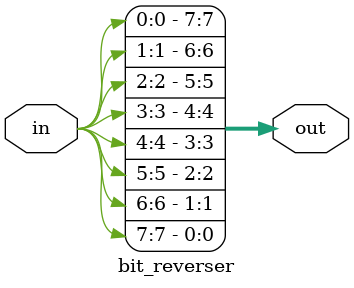
<source format=v>
`ifndef BIT_REVERSER_V
`define BIT_REVERSER_V

`include "directives.v"

module bit_reverser #(
    parameter WIDTH = 8
) (
    input  wire [WIDTH-1:0] in,
    output wire [WIDTH-1:0] out
);

  genvar i;
  generate
    for (i = 0; i < WIDTH; i = i + 1) begin : reverse_bits
      assign out[i] = in[WIDTH-1-i];
    end
  endgenerate

endmodule

`endif

</source>
